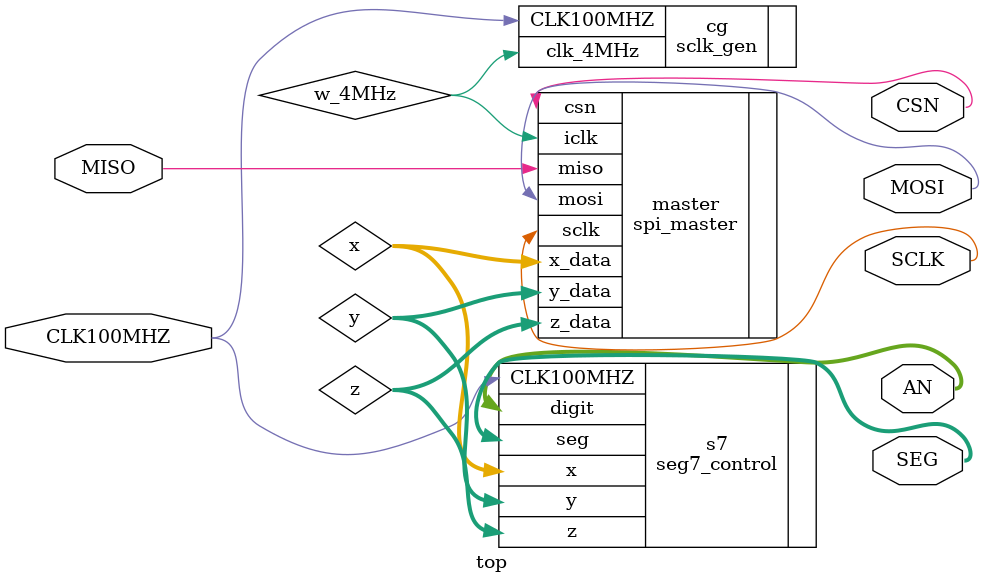
<source format=v>
`timescale 1ns / 1ps


module top(
    input CLK100MHZ,            // nexys a7 system clock
    input MISO,                 // master coms receive line
    output SCLK,                // spi clock = 1MHz
    output CSN,                 // ~cs for spi
    output MOSI,                // master coms transmit line
    output [6:0] SEG,           // 7 Segments
    output [7:0] AN             // 8 Anodes - using only 6
    );
    
    wire w_4MHz;
    wire [7:0] x, y, z;
    
    spi_master master(
        .iclk(w_4MHz),
        .sclk(SCLK),
        .miso(MISO),
        .mosi(MOSI),
        .csn(CSN),
        .x_data(x),
        .y_data(y),
        .z_data(z)
    );
    
    sclk_gen cg(
        .CLK100MHZ(CLK100MHZ),
        .clk_4MHz(w_4MHz)
    );
    
    seg7_control s7(
        .CLK100MHZ(CLK100MHZ),
        .x(x),
        .y(y),
        .z(z),
        .seg(SEG),
        .digit(AN)   
    );
    
endmodule

</source>
